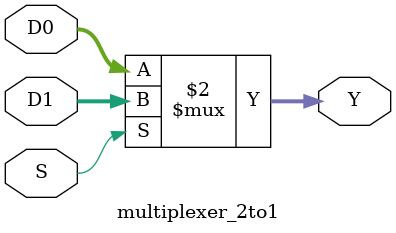
<source format=v>
module multiplexer_2to1 (
    input wire S, 
    input wire [31:0]D0, 
    input wire [31:0]D1, 
    output wire [31:0]Y 
);
    assign Y = (S == 1'b0) ? D0 : D1;
endmodule

</source>
